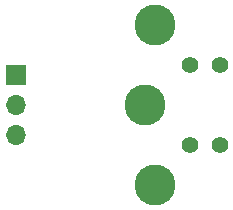
<source format=gbr>
%TF.GenerationSoftware,KiCad,Pcbnew,(5.1.9)-1*%
%TF.CreationDate,2021-04-04T18:43:18-05:00*%
%TF.ProjectId,S-VIDEO PCB Breakout Horizontal,532d5649-4445-44f2-9050-434220427265,rev?*%
%TF.SameCoordinates,Original*%
%TF.FileFunction,Soldermask,Bot*%
%TF.FilePolarity,Negative*%
%FSLAX46Y46*%
G04 Gerber Fmt 4.6, Leading zero omitted, Abs format (unit mm)*
G04 Created by KiCad (PCBNEW (5.1.9)-1) date 2021-04-04 18:43:18*
%MOMM*%
%LPD*%
G01*
G04 APERTURE LIST*
%ADD10C,3.465000*%
%ADD11C,1.400000*%
%ADD12O,1.700000X1.700000*%
%ADD13R,1.700000X1.700000*%
G04 APERTURE END LIST*
D10*
%TO.C,J1*%
X154050000Y-103960000D03*
X153250000Y-110710000D03*
X154050000Y-117460000D03*
D11*
X159550000Y-107310000D03*
X159550000Y-114110000D03*
X157050000Y-107310000D03*
X157050000Y-114110000D03*
%TD*%
D12*
%TO.C,J2*%
X142280000Y-113230000D03*
X142280000Y-110690000D03*
D13*
X142280000Y-108150000D03*
%TD*%
M02*

</source>
